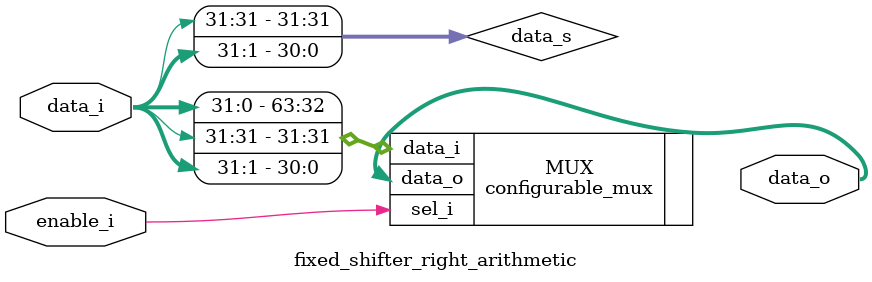
<source format=sv>

`timescale 1ns/1ps

module fixed_shifter_right_arithmetic #(
	parameter nb_bits_data = 32,
	parameter shift_value = 1
)(
	input logic [nb_bits_data-1:0] data_i,
	input logic enable_i,
	output logic [nb_bits_data-1:0] data_o
);
	//Internal connections declaration
	logic [nb_bits_data-1:0] data_s;
	genvar i;
	//Mux declaration
	configurable_mux #(1,32) MUX (
		.data_i({data_i,
			data_s}),
		.sel_i(enable_i),
		.data_o(data_o)
	);
	//Shift of the bits by the fixed value
	generate
		for (i=nb_bits_data-1;i>=0;i--) begin : shift
			if (i >= nb_bits_data - shift_value) begin 
				assign data_s[i] = data_i[nb_bits_data-1];
			end
			else begin
				assign data_s[i] = data_i[i+shift_value];
			end
		end : shift
	endgenerate				
endmodule : fixed_shifter_right_arithmetic

</source>
